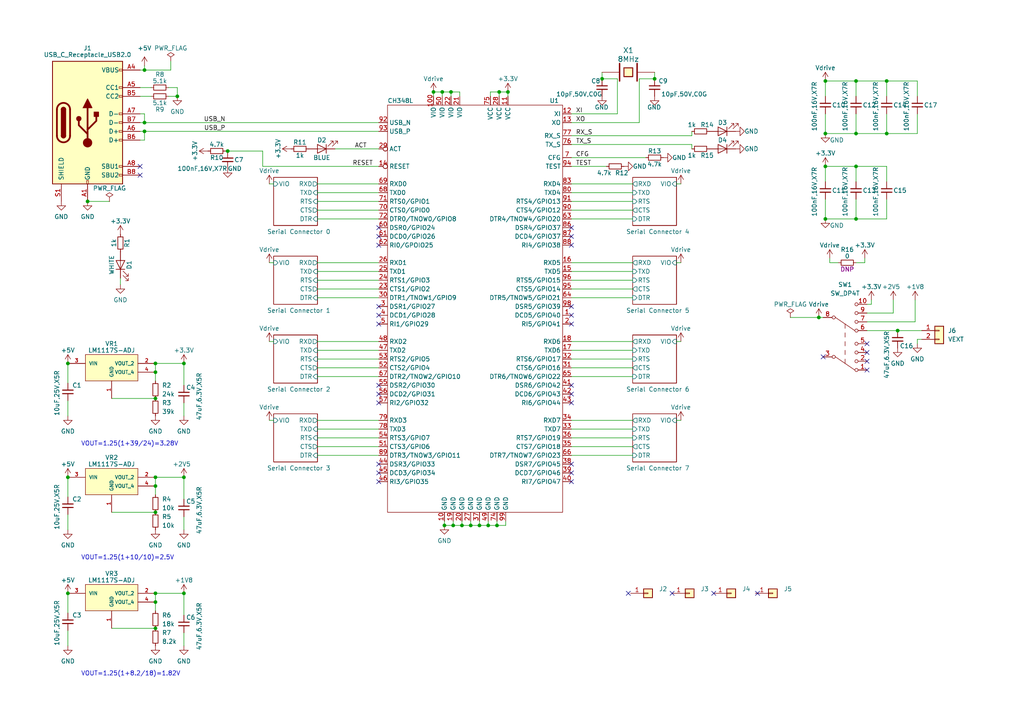
<source format=kicad_sch>
(kicad_sch (version 20211123) (generator eeschema)
  (paper "A4")
  (junction (at 239.395 63.5))
  (junction (at 257.175 23.495))
  (junction (at 239.395 48.26))
  (junction (at 45.085 148.59))
  (junction (at 141.605 152.4))
  (junction (at 174.625 22.86))
  (junction (at 248.285 38.735))
  (junction (at 248.285 48.26))
  (junction (at 144.78 26.67))
  (junction (at 53.34 172.085))
  (junction (at 128.27 26.67))
  (junction (at 237.49 92.075))
  (junction (at 19.685 105.41))
  (junction (at 239.395 23.495))
  (junction (at 257.175 38.735))
  (junction (at 45.085 105.41))
  (junction (at 41.91 20.32))
  (junction (at 41.91 35.56))
  (junction (at 25.4 58.42))
  (junction (at 66.04 43.815))
  (junction (at 41.91 38.1))
  (junction (at 248.285 23.495))
  (junction (at 260.35 95.885))
  (junction (at 133.985 152.4))
  (junction (at 45.085 182.245))
  (junction (at 131.445 152.4))
  (junction (at 45.085 138.43))
  (junction (at 45.085 107.95))
  (junction (at 189.865 22.86))
  (junction (at 139.065 152.4))
  (junction (at 45.085 115.57))
  (junction (at 45.085 174.625))
  (junction (at 51.435 27.94))
  (junction (at 53.34 138.43))
  (junction (at 45.085 172.085))
  (junction (at 136.525 152.4))
  (junction (at 147.32 26.67))
  (junction (at 144.145 152.4))
  (junction (at 19.685 172.085))
  (junction (at 45.085 140.97))
  (junction (at 239.395 38.735))
  (junction (at 130.81 26.67))
  (junction (at 19.685 138.43))
  (junction (at 125.73 26.67))
  (junction (at 53.34 105.41))
  (junction (at 128.905 152.4))
  (junction (at 248.285 63.5))
  (no_connect (at 251.46 104.775))
  (no_connect (at 109.855 71.12))
  (no_connect (at 165.735 116.84))
  (no_connect (at 219.71 172.085))
  (no_connect (at 109.855 68.58))
  (no_connect (at 40.64 48.26))
  (no_connect (at 251.46 102.235))
  (no_connect (at 165.735 137.16))
  (no_connect (at 40.64 50.8))
  (no_connect (at 238.76 103.505))
  (no_connect (at 165.735 114.3))
  (no_connect (at 109.855 88.9))
  (no_connect (at 165.735 88.9))
  (no_connect (at 251.46 99.695))
  (no_connect (at 165.735 71.12))
  (no_connect (at 182.245 172.085))
  (no_connect (at 109.855 66.04))
  (no_connect (at 165.735 91.44))
  (no_connect (at 165.735 93.98))
  (no_connect (at 165.735 134.62))
  (no_connect (at 109.855 137.16))
  (no_connect (at 109.855 139.7))
  (no_connect (at 109.855 111.76))
  (no_connect (at 194.945 172.085))
  (no_connect (at 251.46 107.315))
  (no_connect (at 109.855 93.98))
  (no_connect (at 109.855 134.62))
  (no_connect (at 165.735 68.58))
  (no_connect (at 165.735 66.04))
  (no_connect (at 165.735 111.76))
  (no_connect (at 165.735 139.7))
  (no_connect (at 207.01 172.085))
  (no_connect (at 109.855 116.84))
  (no_connect (at 109.855 114.3))
  (no_connect (at 109.855 91.44))
  (wire (pts (xy 109.855 127) (xy 92.075 127)))
  (wire (pts (xy 109.855 81.28) (xy 92.075 81.28)))
  (wire (pts (xy 32.385 115.57) (xy 45.085 115.57)))
  (wire (pts (xy 165.735 48.26) (xy 175.895 48.26)))
  (wire (pts (xy 109.855 129.54) (xy 92.075 129.54)))
  (wire (pts (xy 165.735 83.82) (xy 183.515 83.82)))
  (wire (pts (xy 53.34 183.515) (xy 53.34 187.325)))
  (wire (pts (xy 25.4 58.42) (xy 31.75 58.42)))
  (wire (pts (xy 109.855 58.42) (xy 92.075 58.42)))
  (wire (pts (xy 165.735 106.68) (xy 183.515 106.68)))
  (wire (pts (xy 248.285 38.735) (xy 257.175 38.735)))
  (wire (pts (xy 144.78 26.67) (xy 144.78 27.94)))
  (wire (pts (xy 139.065 152.4) (xy 141.605 152.4)))
  (wire (pts (xy 185.42 22.86) (xy 185.42 35.56)))
  (wire (pts (xy 165.735 86.36) (xy 183.515 86.36)))
  (wire (pts (xy 109.855 60.96) (xy 92.075 60.96)))
  (wire (pts (xy 79.375 76.2) (xy 78.105 76.2)))
  (wire (pts (xy 189.865 22.86) (xy 185.42 22.86)))
  (wire (pts (xy 66.04 43.815) (xy 76.2 43.815)))
  (wire (pts (xy 165.735 124.46) (xy 183.515 124.46)))
  (wire (pts (xy 19.685 172.085) (xy 19.685 177.8)))
  (wire (pts (xy 200.66 39.37) (xy 200.66 38.1)))
  (wire (pts (xy 146.685 152.4) (xy 146.685 151.13)))
  (wire (pts (xy 239.395 48.26) (xy 248.285 48.26)))
  (wire (pts (xy 45.085 105.41) (xy 45.085 107.95)))
  (wire (pts (xy 41.91 20.32) (xy 40.64 20.32)))
  (wire (pts (xy 48.895 27.94) (xy 51.435 27.94)))
  (wire (pts (xy 239.395 33.02) (xy 239.395 38.735)))
  (wire (pts (xy 19.685 105.41) (xy 19.685 111.125)))
  (wire (pts (xy 109.855 109.22) (xy 92.075 109.22)))
  (wire (pts (xy 45.085 172.085) (xy 45.085 174.625)))
  (wire (pts (xy 266.065 23.495) (xy 266.065 27.94)))
  (wire (pts (xy 179.07 22.86) (xy 179.07 33.02)))
  (wire (pts (xy 109.855 101.6) (xy 92.075 101.6)))
  (wire (pts (xy 136.525 152.4) (xy 139.065 152.4)))
  (wire (pts (xy 257.175 23.495) (xy 257.175 27.94)))
  (wire (pts (xy 133.35 27.94) (xy 133.35 26.67)))
  (wire (pts (xy 147.32 26.67) (xy 147.32 27.94)))
  (wire (pts (xy 266.065 38.735) (xy 266.065 33.02)))
  (wire (pts (xy 200.66 41.91) (xy 200.66 43.18)))
  (wire (pts (xy 165.735 99.06) (xy 183.515 99.06)))
  (wire (pts (xy 179.07 33.02) (xy 165.735 33.02)))
  (wire (pts (xy 165.735 129.54) (xy 183.515 129.54)))
  (wire (pts (xy 40.64 40.64) (xy 41.91 40.64)))
  (wire (pts (xy 53.34 105.41) (xy 53.34 111.76)))
  (wire (pts (xy 251.46 95.885) (xy 260.35 95.885)))
  (wire (pts (xy 165.735 109.22) (xy 183.515 109.22)))
  (wire (pts (xy 259.08 90.805) (xy 251.46 90.805)))
  (wire (pts (xy 109.855 124.46) (xy 92.075 124.46)))
  (wire (pts (xy 165.735 121.92) (xy 183.515 121.92)))
  (wire (pts (xy 40.64 25.4) (xy 43.815 25.4)))
  (wire (pts (xy 41.91 33.02) (xy 41.91 35.56)))
  (wire (pts (xy 51.435 25.4) (xy 51.435 27.94)))
  (wire (pts (xy 144.145 151.13) (xy 144.145 152.4)))
  (wire (pts (xy 130.81 26.67) (xy 130.81 27.94)))
  (wire (pts (xy 252.73 88.265) (xy 252.73 86.995)))
  (wire (pts (xy 109.855 86.36) (xy 92.075 86.36)))
  (wire (pts (xy 41.91 35.56) (xy 109.855 35.56)))
  (wire (pts (xy 109.855 99.06) (xy 92.075 99.06)))
  (wire (pts (xy 141.605 152.4) (xy 144.145 152.4)))
  (wire (pts (xy 109.855 63.5) (xy 92.075 63.5)))
  (wire (pts (xy 133.985 151.13) (xy 133.985 152.4)))
  (wire (pts (xy 165.735 81.28) (xy 183.515 81.28)))
  (wire (pts (xy 130.81 26.67) (xy 128.27 26.67)))
  (wire (pts (xy 240.665 74.93) (xy 240.665 76.2)))
  (wire (pts (xy 53.34 149.86) (xy 53.34 153.67)))
  (wire (pts (xy 97.155 43.18) (xy 109.855 43.18)))
  (wire (pts (xy 53.34 116.84) (xy 53.34 120.65)))
  (wire (pts (xy 165.735 76.2) (xy 183.515 76.2)))
  (wire (pts (xy 136.525 151.13) (xy 136.525 152.4)))
  (wire (pts (xy 165.735 63.5) (xy 183.515 63.5)))
  (wire (pts (xy 185.42 35.56) (xy 165.735 35.56)))
  (wire (pts (xy 165.735 101.6) (xy 183.515 101.6)))
  (wire (pts (xy 109.855 104.14) (xy 92.075 104.14)))
  (wire (pts (xy 239.395 23.495) (xy 239.395 27.94)))
  (wire (pts (xy 19.685 182.88) (xy 19.685 187.325)))
  (wire (pts (xy 40.64 38.1) (xy 41.91 38.1)))
  (wire (pts (xy 53.34 172.085) (xy 53.34 178.435)))
  (wire (pts (xy 248.285 48.26) (xy 248.285 52.705)))
  (wire (pts (xy 165.735 53.34) (xy 183.515 53.34)))
  (wire (pts (xy 257.175 63.5) (xy 257.175 57.785)))
  (wire (pts (xy 196.215 53.34) (xy 197.485 53.34)))
  (wire (pts (xy 45.085 172.085) (xy 53.34 172.085)))
  (wire (pts (xy 144.78 26.67) (xy 147.32 26.67)))
  (wire (pts (xy 142.24 27.94) (xy 142.24 26.67)))
  (wire (pts (xy 53.34 138.43) (xy 53.34 144.78)))
  (wire (pts (xy 49.53 20.32) (xy 49.53 17.78)))
  (wire (pts (xy 41.91 35.56) (xy 40.64 35.56)))
  (wire (pts (xy 174.625 20.955) (xy 174.625 22.86)))
  (wire (pts (xy 45.085 138.43) (xy 45.085 140.97)))
  (wire (pts (xy 125.73 26.67) (xy 125.73 27.94)))
  (wire (pts (xy 109.855 106.68) (xy 92.075 106.68)))
  (wire (pts (xy 174.625 22.86) (xy 179.07 22.86)))
  (wire (pts (xy 133.985 152.4) (xy 136.525 152.4)))
  (wire (pts (xy 109.855 83.82) (xy 92.075 83.82)))
  (wire (pts (xy 79.375 121.92) (xy 78.105 121.92)))
  (wire (pts (xy 265.43 86.995) (xy 265.43 93.345)))
  (wire (pts (xy 76.2 43.815) (xy 76.2 48.26)))
  (wire (pts (xy 257.175 38.735) (xy 266.065 38.735)))
  (wire (pts (xy 237.49 92.075) (xy 238.76 92.075)))
  (wire (pts (xy 109.855 53.34) (xy 92.075 53.34)))
  (wire (pts (xy 45.085 110.49) (xy 45.085 107.95)))
  (wire (pts (xy 239.395 63.5) (xy 248.285 63.5)))
  (wire (pts (xy 257.175 48.26) (xy 257.175 52.705)))
  (wire (pts (xy 128.905 152.4) (xy 131.445 152.4)))
  (wire (pts (xy 133.35 26.67) (xy 130.81 26.67)))
  (wire (pts (xy 40.64 27.94) (xy 43.815 27.94)))
  (wire (pts (xy 239.395 23.495) (xy 248.285 23.495)))
  (wire (pts (xy 45.085 143.51) (xy 45.085 140.97)))
  (wire (pts (xy 109.855 132.08) (xy 92.075 132.08)))
  (wire (pts (xy 196.215 76.2) (xy 197.485 76.2)))
  (wire (pts (xy 45.085 105.41) (xy 53.34 105.41)))
  (wire (pts (xy 165.735 132.08) (xy 183.515 132.08)))
  (wire (pts (xy 109.855 78.74) (xy 92.075 78.74)))
  (wire (pts (xy 109.855 55.88) (xy 92.075 55.88)))
  (wire (pts (xy 41.91 20.32) (xy 49.53 20.32)))
  (wire (pts (xy 45.085 138.43) (xy 53.34 138.43)))
  (wire (pts (xy 248.285 57.785) (xy 248.285 63.5)))
  (wire (pts (xy 142.24 26.67) (xy 144.78 26.67)))
  (wire (pts (xy 248.285 48.26) (xy 257.175 48.26)))
  (wire (pts (xy 76.2 48.26) (xy 109.855 48.26)))
  (wire (pts (xy 48.895 25.4) (xy 51.435 25.4)))
  (wire (pts (xy 257.175 33.02) (xy 257.175 38.735)))
  (wire (pts (xy 40.64 33.02) (xy 41.91 33.02)))
  (wire (pts (xy 32.385 148.59) (xy 45.085 148.59)))
  (wire (pts (xy 196.215 99.06) (xy 197.485 99.06)))
  (wire (pts (xy 41.91 38.1) (xy 41.91 40.64)))
  (wire (pts (xy 131.445 151.13) (xy 131.445 152.4)))
  (wire (pts (xy 65.405 43.815) (xy 66.04 43.815)))
  (wire (pts (xy 165.735 60.96) (xy 183.515 60.96)))
  (wire (pts (xy 165.735 55.88) (xy 183.515 55.88)))
  (wire (pts (xy 165.735 104.14) (xy 183.515 104.14)))
  (wire (pts (xy 240.665 76.2) (xy 243.205 76.2)))
  (wire (pts (xy 79.375 99.06) (xy 78.105 99.06)))
  (wire (pts (xy 109.855 76.2) (xy 92.075 76.2)))
  (wire (pts (xy 239.395 48.26) (xy 239.395 52.705)))
  (wire (pts (xy 248.285 63.5) (xy 257.175 63.5)))
  (wire (pts (xy 41.91 38.1) (xy 109.855 38.1)))
  (wire (pts (xy 239.395 57.785) (xy 239.395 63.5)))
  (wire (pts (xy 141.605 151.13) (xy 141.605 152.4)))
  (wire (pts (xy 19.685 149.225) (xy 19.685 153.67)))
  (wire (pts (xy 19.685 116.205) (xy 19.685 120.65)))
  (wire (pts (xy 266.065 98.425) (xy 266.065 99.695)))
  (wire (pts (xy 144.145 152.4) (xy 146.685 152.4)))
  (wire (pts (xy 45.085 177.165) (xy 45.085 174.625)))
  (wire (pts (xy 165.735 58.42) (xy 183.515 58.42)))
  (wire (pts (xy 79.375 53.34) (xy 78.105 53.34)))
  (wire (pts (xy 267.335 98.425) (xy 266.065 98.425)))
  (wire (pts (xy 165.735 39.37) (xy 200.66 39.37)))
  (wire (pts (xy 165.735 41.91) (xy 200.66 41.91)))
  (wire (pts (xy 165.735 78.74) (xy 183.515 78.74)))
  (wire (pts (xy 128.905 151.13) (xy 128.905 152.4)))
  (wire (pts (xy 131.445 152.4) (xy 133.985 152.4)))
  (wire (pts (xy 165.735 127) (xy 183.515 127)))
  (wire (pts (xy 250.825 76.2) (xy 248.285 76.2)))
  (wire (pts (xy 41.91 19.05) (xy 41.91 20.32)))
  (wire (pts (xy 32.385 182.245) (xy 45.085 182.245)))
  (wire (pts (xy 259.08 86.995) (xy 259.08 90.805)))
  (wire (pts (xy 248.285 33.02) (xy 248.285 38.735)))
  (wire (pts (xy 189.865 20.955) (xy 189.865 22.86)))
  (wire (pts (xy 257.175 23.495) (xy 266.065 23.495)))
  (wire (pts (xy 19.685 138.43) (xy 19.685 144.145)))
  (wire (pts (xy 139.065 151.13) (xy 139.065 152.4)))
  (wire (pts (xy 229.235 92.075) (xy 237.49 92.075)))
  (wire (pts (xy 250.825 74.93) (xy 250.825 76.2)))
  (wire (pts (xy 196.215 121.92) (xy 197.485 121.92)))
  (wire (pts (xy 251.46 88.265) (xy 252.73 88.265)))
  (wire (pts (xy 260.35 95.885) (xy 267.335 95.885)))
  (wire (pts (xy 34.925 80.645) (xy 34.925 82.55)))
  (wire (pts (xy 265.43 93.345) (xy 251.46 93.345)))
  (wire (pts (xy 248.285 23.495) (xy 248.285 27.94)))
  (wire (pts (xy 165.735 45.72) (xy 187.325 45.72)))
  (wire (pts (xy 109.855 121.92) (xy 92.075 121.92)))
  (wire (pts (xy 128.27 26.67) (xy 128.27 27.94)))
  (wire (pts (xy 239.395 38.735) (xy 248.285 38.735)))
  (wire (pts (xy 248.285 23.495) (xy 257.175 23.495)))
  (wire (pts (xy 128.27 26.67) (xy 125.73 26.67)))
  (text "VOUT=1.25(1+8.2/18)=1.82V" (at 23.495 196.215 0) (effects (font (size 1.27 1.27)) (justify left bottom)))
  (text "VOUT=1.25(1+10/10)=2.5V" (at 23.495 162.56 0) (effects (font (size 1.27 1.27)) (justify left bottom)))
  (text "VOUT=1.25(1+39/24)=3.28V" (at 23.495 129.54 0) (effects (font (size 1.27 1.27)) (justify left bottom)))
  (label "TEST" (at 167.005 48.26 0))
  (label "RX_S" (at 167.005 39.37 0))
  (label "CFG" (at 167.005 45.72 0))
  (label "ACT" (at 102.87 43.18 0))
  (label "XO" (at 167.005 35.56 0))
  (label "USB_P" (at 65.405 38.1 180))
  (label "TX_S" (at 167.005 41.91 0))
  (label "XI" (at 167.005 33.02 0))
  (label "RESET" (at 102.235 48.26 0))
  (label "USB_N" (at 65.405 35.56 180))
  (symbol (lib_id "power:GND") (at 53.34 187.325 0) (unit 1)
    (property "Reference" "#PWR021" (effects hide))
    (property "Value" "GND" (at 53.34 191.77 0))
  )
  (symbol (lib_id "power:Vdrive") (at 237.49 92.075 0) (unit 1)
    (property "Reference" "#PWR042" (effects hide))
    (property "Value" "Vdrive" (at 237.49 88.265 0))
  )
  (symbol (lib_id "jlcpcb-basic-resistor-0402:4.7k") (at 178.435 48.26 270) (unit 1)
    (property "Reference" "R12" (at 180.34 50.165 90))
    (property "Value" "4.7k" (at 175.26 50.165 90))
    (property "Footprint" "tom-passives:R_0402_1005Metric" (effects hide))
    (property "Datasheet" "https://datasheet.lcsc.com/lcsc/2110260030_UNI-ROYAL-Uniroyal-Elec-0402WGF4701TCE_C25900.pdf" (effects hide))
    (property "LCSC" "C25900" (effects hide))
    (property "MFG" "UNI-ROYAL(Uniroyal Elec)" (effects hide))
    (property "MFGPN" "0402WGF4701TCE" (effects hide))
  )
  (symbol (lib_id "power:+3.3V") (at 84.455 43.18 90) (unit 1)
    (property "Reference" "#PWR028" (effects hide))
    (property "Value" "+3.3V" (at 80.645 43.18 0))
  )
  (symbol (lib_id "power:GND") (at 19.685 120.65 0) (unit 1)
    (property "Reference" "#PWR03" (effects hide))
    (property "Value" "GND" (at 19.685 125.095 0))
  )
  (symbol (lib_id "tom-passives:CRYSTAL") (at 182.245 20.955 0) (unit 1)
    (property "Reference" "X1" (at 182.245 14.605 0) (effects (font (size 1.524 1.524))))
    (property "Value" "8MHz" (at 182.245 17.145 0) (effects (font (size 1.524 1.524))))
    (property "Footprint" "tom-passives:Crystal_SMD_HC49-SD" (effects hide))
    (property "LCSC" "C12674" (effects hide))
  )
  (symbol (lib_id "jlcpcb-basic-resistor-0402:10k") (at 45.085 151.13 0) (unit 1)
    (property "Reference" "R5" (at 46.99 149.8599 0) (effects (justify left)))
    (property "Value" "10k" (at 46.99 152.3999 0) (effects (justify left)))
    (property "Footprint" "tom-passives:R_0402_1005Metric" (effects hide))
    (property "Datasheet" "https://datasheet.lcsc.com/lcsc/2110260030_UNI-ROYAL-Uniroyal-Elec-0402WGF1002TCE_C25744.pdf" (effects hide))
    (property "LCSC" "C25744" (effects hide))
    (property "MFG" "UNI-ROYAL(Uniroyal Elec)" (effects hide))
    (property "MFGPN" "0402WGF1002TCE" (effects hide))
  )
  (symbol (lib_id "jlcpcb-basic-resistor-0402:18k") (at 45.085 179.705 0) (unit 1)
    (property "Reference" "R6" (at 46.99 178.4349 0) (effects (justify left)))
    (property "Value" "18k" (at 46.99 180.9749 0) (effects (justify left)))
    (property "Footprint" "tom-passives:R_0402_1005Metric" (effects hide))
    (property "Datasheet" "https://datasheet.lcsc.com/lcsc/2110260030_UNI-ROYAL-Uniroyal-Elec-0402WGF1802TCE_C25762.pdf" (effects hide))
    (property "LCSC" "C25762" (effects hide))
    (property "MFG" "UNI-ROYAL(Uniroyal Elec)" (effects hide))
    (property "MFGPN" "0402WGF1802TCE" (effects hide))
  )
  (symbol (lib_id "tom-connectors:Conn_01x01") (at 224.155 172.085 0) (unit 1)
    (property "Reference" "J5" (at 227.33 170.8149 0) (effects (justify left)))
    (property "Value" "Conn_01x01" (effects hide))
    (property "Footprint" "tom-mechanical:MountingHole_3.2mm_M3_DIN965_Pad" (effects hide))
  )
  (symbol (lib_id "power:GND") (at 34.925 82.55 0) (unit 1)
    (property "Reference" "#PWR010" (effects hide))
    (property "Value" "GND" (at 34.925 86.995 0))
  )
  (symbol (lib_id "jlcpcb-basic-resistor-0402:39k") (at 45.085 118.11 0) (unit 1)
    (property "Reference" "R3" (at 46.99 116.8399 0) (effects (justify left)))
    (property "Value" "39k" (at 46.99 119.3799 0) (effects (justify left)))
    (property "Footprint" "tom-passives:R_0402_1005Metric" (effects hide))
    (property "Datasheet" "https://datasheet.lcsc.com/lcsc/2110260030_UNI-ROYAL-Uniroyal-Elec-0402WGF3902TCE_C25783.pdf" (effects hide))
    (property "LCSC" "C25783" (effects hide))
    (property "MFG" "UNI-ROYAL(Uniroyal Elec)" (effects hide))
    (property "MFGPN" "0402WGF3902TCE" (effects hide))
  )
  (symbol (lib_id "power:GND") (at 25.4 58.42 0) (unit 1)
    (property "Reference" "#PWR08" (effects hide))
    (property "Value" "GND" (at 25.4 62.865 0))
  )
  (symbol (lib_id "jlcpcb-basic-resistor-0402:8.2k") (at 45.085 184.785 0) (unit 1)
    (property "Reference" "R7" (at 46.99 183.5149 0) (effects (justify left)))
    (property "Value" "8.2k" (at 46.99 186.0549 0) (effects (justify left)))
    (property "Footprint" "tom-passives:R_0402_1005Metric" (effects hide))
    (property "Datasheet" "https://datasheet.lcsc.com/lcsc/2110260130_UNI-ROYAL-Uniroyal-Elec-0402WGF8201TCE_C25924.pdf" (effects hide))
    (property "LCSC" "C25924" (effects hide))
    (property "MFG" "UNI-ROYAL(Uniroyal Elec)" (effects hide))
    (property "MFGPN" "0402WGF8201TCE" (effects hide))
  )
  (symbol (lib_id "power:GND") (at 19.685 187.325 0) (unit 1)
    (property "Reference" "#PWR07" (effects hide))
    (property "Value" "GND" (at 19.685 191.77 0))
  )
  (symbol (lib_id "jlcpcb-basic-capacitor-0402:100nF,16V,X7R ") (at 239.395 30.48 0) (unit 1)
    (property "Reference" "C10" (at 241.3 30.48 0) (effects (justify left)))
    (property "Value" "100nF,16V,X7R " (at 236.22 38.1 90) (effects (justify left)))
    (property "Footprint" "tom-passives:C_0402_1005Metric" (effects hide))
    (property "Datasheet" "https://datasheet.lcsc.com/lcsc/1810191219_Samsung-Electro-Mechanics-CL05B104KO5NNNC_C1525.pdf" (effects hide))
    (property "LCSC" "C1525" (effects hide))
    (property "MFG" "Samsung Electro-Mechanics" (effects hide))
    (property "MFGPN" "CL05B104KO5NNNC" (effects hide))
  )
  (symbol (lib_id "tom-connectors:Conn_01x01") (at 200.025 172.085 0) (unit 1)
    (property "Reference" "J3" (at 203.2 170.8149 0) (effects (justify left)))
    (property "Value" "Conn_01x01" (effects hide))
    (property "Footprint" "tom-mechanical:MountingHole_3.2mm_M3_DIN965_Pad" (effects hide))
  )
  (symbol (lib_id "power:+2V5") (at 53.34 138.43 0) (unit 1)
    (property "Reference" "#PWR018" (effects hide))
    (property "Value" "+2V5" (at 52.705 134.62 0))
  )
  (symbol (lib_id "jlcpcb-basic-resistor-0402:5.1k") (at 46.355 27.94 270) (unit 1)
    (property "Reference" "R9" (at 46.355 31.75 90))
    (property "Value" "5.1k" (at 46.355 29.845 90))
    (property "Footprint" "tom-passives:R_0402_1005Metric" (effects hide))
    (property "Datasheet" "https://datasheet.lcsc.com/lcsc/2110260030_UNI-ROYAL-Uniroyal-Elec-0402WGF5101TCE_C25905.pdf" (effects hide))
    (property "LCSC" "C25905" (effects hide))
    (property "MFG" "UNI-ROYAL(Uniroyal Elec)" (effects hide))
    (property "MFGPN" "0402WGF5101TCE" (effects hide))
  )
  (symbol (lib_id "power:+3.3V") (at 60.325 43.815 90) (unit 1)
    (property "Reference" "#PWR022" (effects hide))
    (property "Value" "+3.3V" (at 56.515 43.815 0))
  )
  (symbol (lib_id "power:Vdrive") (at 197.485 121.92 0) (unit 1)
    (property "Reference" "#PWR039" (effects hide))
    (property "Value" "Vdrive" (at 197.485 118.11 0))
  )
  (symbol (lib_id "power:GND") (at 239.395 63.5 0) (unit 1)
    (property "Reference" "#PWR046" (effects hide))
    (property "Value" "GND" (at 240.665 65.405 0) (effects (justify left)))
  )
  (symbol (lib_id "power:+3.3V") (at 250.825 74.93 0) (unit 1)
    (property "Reference" "#PWR048" (effects hide))
    (property "Value" "+3.3V" (at 250.825 71.12 0))
  )
  (symbol (lib_id "jlcpcb-basic-capacitor-0402:10pF,50V,C0G ") (at 174.625 25.4 0) (unit 1)
    (property "Reference" "C8" (at 171.45 23.495 0) (effects (justify left)))
    (property "Value" "10pF,50V,C0G " (at 161.29 27.305 0) (effects (justify left)))
    (property "Footprint" "tom-passives:C_0402_1005Metric" (effects hide))
    (property "Datasheet" "https://datasheet.lcsc.com/lcsc/1810191220_Samsung-Electro-Mechanics-CL05C100JB5NNNC_C32949.pdf" (effects hide))
    (property "LCSC" "C32949" (effects hide))
    (property "MFG" "Samsung Electro-Mechanics" (effects hide))
    (property "MFGPN" "CL05C100JB5NNNC" (effects hide))
  )
  (symbol (lib_id "tom-opto:LED") (at 209.55 38.1 180) (unit 1)
    (property "Reference" "D3" (at 209.55 35.56 0))
    (property "Value" "YELLOW" (effects hide))
    (property "Footprint" "tom-opto:LED_0603_1608Metric" (effects hide))
    (property "LCSC" "C72038" (effects hide))
  )
  (symbol (lib_id "power:GND") (at 45.085 120.65 0) (unit 1)
    (property "Reference" "#PWR012" (effects hide))
    (property "Value" "GND" (at 45.085 125.095 0))
  )
  (symbol (lib_id "power:PWR_FLAG") (at 49.53 17.78 0) (unit 1)
    (property "Reference" "#FLG02" (effects hide))
    (property "Value" "PWR_FLAG" (at 49.53 13.97 0))
  )
  (symbol (lib_id "power:GND") (at 53.34 153.67 0) (unit 1)
    (property "Reference" "#PWR019" (effects hide))
    (property "Value" "GND" (at 53.34 158.115 0))
  )
  (symbol (lib_id "jlcpcb-basic-capacitor-0603:10uF,25V,X5R ") (at 19.685 146.685 0) (unit 1)
    (property "Reference" "C2" (at 20.955 144.78 0) (effects (justify left)))
    (property "Value" "10uF,25V,X5R " (at 16.51 153.67 90) (effects (justify left)))
    (property "Footprint" "tom-passives:C_0603_1608Metric" (effects hide))
    (property "Datasheet" "https://datasheet.lcsc.com/lcsc/1811110921_Samsung-Electro-Mechanics-CL10A106MA8NRNC_C96446.pdf" (effects hide))
    (property "LCSC" "C96446" (effects hide))
    (property "MFG" "Samsung Electro-Mechanics" (effects hide))
    (property "MFGPN" "CL10A106MA8NRNC" (effects hide))
  )
  (symbol (lib_id "power:GND") (at 180.975 48.26 90) (unit 1)
    (property "Reference" "#PWR032" (effects hide))
    (property "Value" "GND" (at 183.515 48.26 90) (effects (justify right)))
  )
  (symbol (lib_id "jlcpcb-basic-capacitor-0805:47uF,6.3V,X5R ") (at 53.34 147.32 0) (unit 1)
    (property "Reference" "C5" (at 53.975 145.415 0) (effects (justify left)))
    (property "Value" "47uF,6.3V,X5R " (at 57.785 154.94 90) (effects (justify left)))
    (property "Footprint" "tom-passives:C_0805_2012Metric" (effects hide))
    (property "Datasheet" "https://datasheet.lcsc.com/lcsc/1811091612_Samsung-Electro-Mechanics-CL21A476MQYNNNE_C16780.pdf" (effects hide))
    (property "LCSC" "C16780" (effects hide))
    (property "MFG" "Samsung Electro-Mechanics" (effects hide))
    (property "MFGPN" "CL21A476MQYNNNE" (effects hide))
  )
  (symbol (lib_id "jlcpcb-basic-resistor-0402:5.1k") (at 46.355 25.4 90) (unit 1)
    (property "Reference" "R8" (at 46.355 21.59 90))
    (property "Value" "5.1k" (at 46.355 23.495 90))
    (property "Footprint" "tom-passives:R_0402_1005Metric" (effects hide))
    (property "Datasheet" "https://datasheet.lcsc.com/lcsc/2110260030_UNI-ROYAL-Uniroyal-Elec-0402WGF5101TCE_C25905.pdf" (effects hide))
    (property "LCSC" "C25905" (effects hide))
    (property "MFG" "UNI-ROYAL(Uniroyal Elec)" (effects hide))
    (property "MFGPN" "0402WGF5101TCE" (effects hide))
  )
  (symbol (lib_id "power:+1V8") (at 53.34 172.085 0) (unit 1)
    (property "Reference" "#PWR020" (effects hide))
    (property "Value" "+1V8" (at 53.34 168.275 0))
  )
  (symbol (lib_id "tom-semiconductors:LM1117MPX-3.3") (at 32.385 140.97 0) (unit 1)
    (property "Reference" "VR2" (at 32.385 132.715 0))
    (property "Value" "LM1117S-ADJ" (at 32.385 134.62 0))
    (property "Footprint" "tom-semiconductors:VREG_LM1117MPX-3.3" (effects hide))
    (property "LCSC" "C9662" (effects hide))
    (property "MAXIMUM_PACKAGE_HEIGHT" "1.80 mm" (effects hide))
    (property "STANDARD" "IPC-7351B" (effects hide))
    (property "PARTREV" "O" (effects hide))
    (property "MANUFACTURER" "Texas Instruments" (effects hide))
    (property "DIGIKEY" "296-41282-1-ND" (effects hide))
  )
  (symbol (lib_id "power:+3.3V") (at 147.32 26.67 0) (unit 1)
    (property "Reference" "#PWR031" (effects hide))
    (property "Value" "+3.3V" (at 147.32 22.86 0))
  )
  (symbol (lib_id "power:GND") (at 53.34 120.65 0) (unit 1)
    (property "Reference" "#PWR017" (effects hide))
    (property "Value" "GND" (at 53.34 125.095 0))
  )
  (symbol (lib_id "power:GND") (at 213.36 38.1 90) (unit 1)
    (property "Reference" "#PWR040" (effects hide))
    (property "Value" "GND" (at 215.9 38.1 90) (effects (justify right)))
  )
  (symbol (lib_id "power:+5V") (at 19.685 138.43 0) (unit 1)
    (property "Reference" "#PWR04" (effects hide))
    (property "Value" "+5V" (at 19.685 134.62 0))
  )
  (symbol (lib_id "power:Vdrive") (at 197.485 53.34 0) (unit 1)
    (property "Reference" "#PWR036" (effects hide))
    (property "Value" "Vdrive" (at 197.485 49.53 0))
  )
  (symbol (lib_id "power:GND") (at 19.685 153.67 0) (unit 1)
    (property "Reference" "#PWR05" (effects hide))
    (property "Value" "GND" (at 19.685 158.115 0))
  )
  (symbol (lib_id "tom-connectors:Conn_01x01") (at 187.96 172.085 0) (unit 1)
    (property "Reference" "J2" (at 191.135 170.8149 0) (effects (justify left)))
    (property "Value" "Conn_01x01" (effects hide))
    (property "Footprint" "tom-mechanical:MountingHole_3.2mm_M3_DIN965_Pad" (effects hide))
  )
  (symbol (lib_id "power:GND") (at 266.065 99.695 0) (unit 1)
    (property "Reference" "#PWR053" (effects hide))
    (property "Value" "GND" (at 266.065 104.14 0))
  )
  (symbol (lib_id "power:Vdrive") (at 125.73 26.67 0) (unit 1)
    (property "Reference" "#PWR029" (effects hide))
    (property "Value" "Vdrive" (at 125.73 22.86 0))
  )
  (symbol (lib_id "jlcpcb-basic-resistor-0402:10k") (at 45.085 146.05 0) (unit 1)
    (property "Reference" "R4" (at 46.99 144.7799 0) (effects (justify left)))
    (property "Value" "10k" (at 46.99 147.3199 0) (effects (justify left)))
    (property "Footprint" "tom-passives:R_0402_1005Metric" (effects hide))
    (property "Datasheet" "https://datasheet.lcsc.com/lcsc/2110260030_UNI-ROYAL-Uniroyal-Elec-0402WGF1002TCE_C25744.pdf" (effects hide))
    (property "LCSC" "C25744" (effects hide))
    (property "MFG" "UNI-ROYAL(Uniroyal Elec)" (effects hide))
    (property "MFGPN" "0402WGF1002TCE" (effects hide))
  )
  (symbol (lib_id "jlcpcb-basic-resistor-0402:4.7k") (at 62.865 43.815 90) (unit 1)
    (property "Reference" "R10" (at 62.865 45.72 90))
    (property "Value" "4.7k" (at 62.865 41.91 90))
    (property "Footprint" "tom-passives:R_0402_1005Metric" (effects hide))
    (property "Datasheet" "https://datasheet.lcsc.com/lcsc/2110260030_UNI-ROYAL-Uniroyal-Elec-0402WGF4701TCE_C25900.pdf" (effects hide))
    (property "LCSC" "C25900" (effects hide))
    (property "MFG" "UNI-ROYAL(Uniroyal Elec)" (effects hide))
    (property "MFGPN" "0402WGF4701TCE" (effects hide))
  )
  (symbol (lib_id "power:+2V5") (at 259.08 86.995 0) (unit 1)
    (property "Reference" "#PWR050" (effects hide))
    (property "Value" "+2V5" (at 258.445 83.185 0))
  )
  (symbol (lib_id "jlcpcb-basic-capacitor-0402:100nF,16V,X7R ") (at 266.065 30.48 0) (unit 1)
    (property "Reference" "C17" (at 267.97 30.48 0) (effects (justify left)))
    (property "Value" "100nF,16V,X7R " (at 262.89 38.1 90) (effects (justify left)))
    (property "Footprint" "tom-passives:C_0402_1005Metric" (effects hide))
    (property "Datasheet" "https://datasheet.lcsc.com/lcsc/1810191219_Samsung-Electro-Mechanics-CL05B104KO5NNNC_C1525.pdf" (effects hide))
    (property "LCSC" "C1525" (effects hide))
    (property "MFG" "Samsung Electro-Mechanics" (effects hide))
    (property "MFGPN" "CL05B104KO5NNNC" (effects hide))
  )
  (symbol (lib_id "tom-semiconductors:LM1117MPX-3.3") (at 32.385 174.625 0) (unit 1)
    (property "Reference" "VR3" (at 32.385 166.37 0))
    (property "Value" "LM1117S-ADJ" (at 32.385 168.275 0))
    (property "Footprint" "tom-semiconductors:VREG_LM1117MPX-3.3" (effects hide))
    (property "LCSC" "C9662" (effects hide))
    (property "MAXIMUM_PACKAGE_HEIGHT" "1.80 mm" (effects hide))
    (property "STANDARD" "IPC-7351B" (effects hide))
    (property "PARTREV" "O" (effects hide))
    (property "MANUFACTURER" "Texas Instruments" (effects hide))
    (property "DIGIKEY" "296-41282-1-ND" (effects hide))
  )
  (symbol (lib_id "power:+3.3V") (at 53.34 105.41 0) (unit 1)
    (property "Reference" "#PWR016" (effects hide))
    (property "Value" "+3.3V" (at 53.34 101.6 0))
  )
  (symbol (lib_id "power:Vdrive") (at 197.485 99.06 0) (unit 1)
    (property "Reference" "#PWR038" (effects hide))
    (property "Value" "Vdrive" (at 197.485 95.25 0))
  )
  (symbol (lib_id "power:Vdrive") (at 78.105 76.2 0) (mirror y) (unit 1)
    (property "Reference" "#PWR025" (effects hide))
    (property "Value" "Vdrive" (at 78.105 72.39 0))
  )
  (symbol (lib_id "power:GND") (at 128.905 152.4 0) (unit 1)
    (property "Reference" "#PWR030" (effects hide))
    (property "Value" "GND" (at 128.905 156.845 0))
  )
  (symbol (lib_id "power:Vdrive") (at 197.485 76.2 0) (unit 1)
    (property "Reference" "#PWR037" (effects hide))
    (property "Value" "Vdrive" (at 197.485 72.39 0))
  )
  (symbol (lib_id "tom-semiconductors:CH348L") (at 137.795 86.36 0) (unit 1)
    (property "Reference" "U1" (at 159.385 29.21 0) (effects (justify left)))
    (property "Value" "CH348L" (at 112.395 29.21 0) (effects (justify left)))
    (property "Footprint" "tom-semiconductors:LQFP-100_14x14mm_P0.5mm" (effects hide))
    (property "Datasheet" "http://www.wch-ic.com/downloads/CH348DS1_PDF.html" (effects hide))
    (property "LCSC" "C2979160" (effects hide))
  )
  (symbol (lib_id "power:Vdrive") (at 78.105 99.06 0) (mirror y) (unit 1)
    (property "Reference" "#PWR026" (effects hide))
    (property "Value" "Vdrive" (at 78.105 95.25 0))
  )
  (symbol (lib_id "jlcpcb-basic-resistor-0402:1k") (at 203.2 43.18 90) (unit 1)
    (property "Reference" "R15" (at 205.105 45.085 90))
    (property "Value" "1k" (at 200.66 45.085 90))
    (property "Footprint" "tom-passives:R_0402_1005Metric" (effects hide))
    (property "Datasheet" "https://datasheet.lcsc.com/lcsc/2110251730_UNI-ROYAL-Uniroyal-Elec-0402WGF1001TCE_C11702.pdf" (effects hide))
    (property "LCSC" "C11702" (effects hide))
    (property "MFG" "UNI-ROYAL(Uniroyal Elec)" (effects hide))
    (property "MFGPN" "0402WGF1001TCE" (effects hide))
  )
  (symbol (lib_id "power:GND") (at 66.04 48.895 0) (unit 1)
    (property "Reference" "#PWR023" (effects hide))
    (property "Value" "GND" (at 66.04 48.895 0) (effects (justify left)))
  )
  (symbol (lib_id "power:Vdrive") (at 78.105 53.34 0) (mirror y) (unit 1)
    (property "Reference" "#PWR024" (effects hide))
    (property "Value" "Vdrive" (at 78.105 49.53 0))
  )
  (symbol (lib_id "tom-connectors:USB_C_Receptacle_USB2.0") (at 25.4 35.56 0) (unit 1)
    (property "Reference" "J1" (at 25.4 13.97 0))
    (property "Value" "USB_C_Receptacle_USB2.0" (at 25.4 15.875 0))
    (property "Footprint" "tom-connectors:USB_C_Receptacle_LCSC_C165948" (effects hide))
    (property "Datasheet" "https://www.usb.org/sites/default/files/documents/usb_type-c.zip" (effects hide))
    (property "LCSC" "C709357" (effects hide))
  )
  (symbol (lib_id "power:GND") (at 189.865 27.94 0) (unit 1)
    (property "Reference" "#PWR035" (effects hide))
    (property "Value" "GND" (at 191.77 31.115 0) (effects (justify right)))
  )
  (symbol (lib_id "power:Vdrive") (at 78.105 121.92 0) (mirror y) (unit 1)
    (property "Reference" "#PWR027" (effects hide))
    (property "Value" "Vdrive" (at 78.105 118.11 0))
  )
  (symbol (lib_id "power:GND") (at 45.085 187.325 0) (unit 1)
    (property "Reference" "#PWR014" (effects hide))
    (property "Value" "GND" (at 45.085 191.77 0))
  )
  (symbol (lib_id "jlcpcb-basic-capacitor-0805:47uF,6.3V,X5R ") (at 53.34 180.975 0) (unit 1)
    (property "Reference" "C6" (at 53.975 179.07 0) (effects (justify left)))
    (property "Value" "47uF,6.3V,X5R " (at 57.785 188.595 90) (effects (justify left)))
    (property "Footprint" "tom-passives:C_0805_2012Metric" (effects hide))
    (property "Datasheet" "https://datasheet.lcsc.com/lcsc/1811091612_Samsung-Electro-Mechanics-CL21A476MQYNNNE_C16780.pdf" (effects hide))
    (property "LCSC" "C16780" (effects hide))
    (property "MFG" "Samsung Electro-Mechanics" (effects hide))
    (property "MFGPN" "CL21A476MQYNNNE" (effects hide))
  )
  (symbol (lib_id "jlcpcb-basic-capacitor-0402:100nF,16V,X7R ") (at 257.175 55.245 0) (unit 1)
    (property "Reference" "C15" (at 259.08 55.245 0) (effects (justify left)))
    (property "Value" "100nF,16V,X7R " (at 254 62.865 90) (effects (justify left)))
    (property "Footprint" "tom-passives:C_0402_1005Metric" (effects hide))
    (property "Datasheet" "https://datasheet.lcsc.com/lcsc/1810191219_Samsung-Electro-Mechanics-CL05B104KO5NNNC_C1525.pdf" (effects hide))
    (property "LCSC" "C1525" (effects hide))
    (property "MFG" "Samsung Electro-Mechanics" (effects hide))
    (property "MFGPN" "CL05B104KO5NNNC" (effects hide))
  )
  (symbol (lib_id "tom-opto:LED") (at 34.925 76.835 90) (unit 1)
    (property "Reference" "D1" (at 37.465 76.835 0))
    (property "Value" "WHITE" (at 32.385 76.835 0))
    (property "Footprint" "tom-opto:LED_0603_1608Metric" (effects hide))
    (property "LCSC" "C2290" (effects hide))
  )
  (symbol (lib_id "power:GND") (at 260.35 100.965 0) (unit 1)
    (property "Reference" "#PWR051" (effects hide))
    (property "Value" "GND" (at 260.35 105.41 0))
  )
  (symbol (lib_id "jlcpcb-basic-resistor-0402:1k") (at 203.2 38.1 90) (unit 1)
    (property "Reference" "R14" (at 205.105 36.195 90))
    (property "Value" "1k" (at 200.66 36.195 90))
    (property "Footprint" "tom-passives:R_0402_1005Metric" (effects hide))
    (property "Datasheet" "https://datasheet.lcsc.com/lcsc/2110251730_UNI-ROYAL-Uniroyal-Elec-0402WGF1001TCE_C11702.pdf" (effects hide))
    (property "LCSC" "C11702" (effects hide))
    (property "MFG" "UNI-ROYAL(Uniroyal Elec)" (effects hide))
    (property "MFGPN" "0402WGF1001TCE" (effects hide))
  )
  (symbol (lib_id "power:GND") (at 174.625 27.94 0) (unit 1)
    (property "Reference" "#PWR033" (effects hide))
    (property "Value" "GND" (at 176.53 31.115 0) (effects (justify right)))
  )
  (symbol (lib_id "jlcpcb-basic-capacitor-0805:47uF,6.3V,X5R ") (at 53.34 114.3 0) (unit 1)
    (property "Reference" "C4" (at 53.975 112.395 0) (effects (justify left)))
    (property "Value" "47uF,6.3V,X5R " (at 57.785 121.92 90) (effects (justify left)))
    (property "Footprint" "tom-passives:C_0805_2012Metric" (effects hide))
    (property "Datasheet" "https://datasheet.lcsc.com/lcsc/1811091612_Samsung-Electro-Mechanics-CL21A476MQYNNNE_C16780.pdf" (effects hide))
    (property "LCSC" "C16780" (effects hide))
    (property "MFG" "Samsung Electro-Mechanics" (effects hide))
    (property "MFGPN" "CL21A476MQYNNNE" (effects hide))
  )
  (symbol (lib_id "jlcpcb-basic-capacitor-0402:100nF,16V,X7R ") (at 248.285 30.48 0) (unit 1)
    (property "Reference" "C12" (at 250.19 30.48 0) (effects (justify left)))
    (property "Value" "100nF,16V,X7R " (at 245.11 38.1 90) (effects (justify left)))
    (property "Footprint" "tom-passives:C_0402_1005Metric" (effects hide))
    (property "Datasheet" "https://datasheet.lcsc.com/lcsc/1810191219_Samsung-Electro-Mechanics-CL05B104KO5NNNC_C1525.pdf" (effects hide))
    (property "LCSC" "C1525" (effects hide))
    (property "MFG" "Samsung Electro-Mechanics" (effects hide))
    (property "MFGPN" "CL05B104KO5NNNC" (effects hide))
  )
  (symbol (lib_id "jlcpcb-basic-capacitor-0603:10uF,25V,X5R ") (at 19.685 180.34 0) (unit 1)
    (property "Reference" "C3" (at 20.955 178.435 0) (effects (justify left)))
    (property "Value" "10uF,25V,X5R " (at 16.51 187.325 90) (effects (justify left)))
    (property "Footprint" "tom-passives:C_0603_1608Metric" (effects hide))
    (property "Datasheet" "https://datasheet.lcsc.com/lcsc/1811110921_Samsung-Electro-Mechanics-CL10A106MA8NRNC_C96446.pdf" (effects hide))
    (property "LCSC" "C96446" (effects hide))
    (property "MFG" "Samsung Electro-Mechanics" (effects hide))
    (property "MFGPN" "CL10A106MA8NRNC" (effects hide))
  )
  (symbol (lib_id "power:PWR_FLAG") (at 229.235 92.075 0) (unit 1)
    (property "Reference" "#FLG03" (effects hide))
    (property "Value" "PWR_FLAG" (at 229.235 88.265 0))
  )
  (symbol (lib_id "jlcpcb-basic-resistor-0402:4.7k") (at 189.865 45.72 270) (unit 1)
    (property "Reference" "R13" (at 189.865 43.815 90))
    (property "Value" "4.7k" (at 189.865 47.625 90))
    (property "Footprint" "tom-passives:R_0402_1005Metric" (effects hide))
    (property "Datasheet" "https://datasheet.lcsc.com/lcsc/2110260030_UNI-ROYAL-Uniroyal-Elec-0402WGF4701TCE_C25900.pdf" (effects hide))
    (property "LCSC" "C25900" (effects hide))
    (property "MFG" "UNI-ROYAL(Uniroyal Elec)" (effects hide))
    (property "MFGPN" "0402WGF4701TCE" (effects hide))
  )
  (symbol (lib_id "power:GND") (at 17.78 58.42 0) (unit 1)
    (property "Reference" "#PWR01" (effects hide))
    (property "Value" "GND" (at 17.78 62.865 0))
  )
  (symbol (lib_id "power:GND") (at 239.395 38.735 0) (unit 1)
    (property "Reference" "#PWR044" (effects hide))
    (property "Value" "GND" (at 240.665 40.64 0) (effects (justify left)))
  )
  (symbol (lib_id "power:Vdrive") (at 239.395 23.495 0) (unit 1)
    (property "Reference" "#PWR043" (effects hide))
    (property "Value" "Vdrive" (at 239.395 19.685 0))
  )
  (symbol (lib_id "jlcpcb-basic-resistor-0402:24k") (at 45.085 113.03 0) (unit 1)
    (property "Reference" "R2" (at 46.99 111.7599 0) (effects (justify left)))
    (property "Value" "24k" (at 46.99 114.2999 0) (effects (justify left)))
    (property "Footprint" "tom-passives:R_0402_1005Metric" (effects hide))
    (property "Datasheet" "https://datasheet.lcsc.com/lcsc/2110260030_UNI-ROYAL-Uniroyal-Elec-0402WGF2402TCE_C25769.pdf" (effects hide))
    (property "LCSC" "C25769" (effects hide))
    (property "MFG" "UNI-ROYAL(Uniroyal Elec)" (effects hide))
    (property "MFGPN" "0402WGF2402TCE" (effects hide))
  )
  (symbol (lib_id "tom-opto:LED") (at 93.345 43.18 180) (unit 1)
    (property "Reference" "D2" (at 93.345 40.64 0))
    (property "Value" "BLUE" (at 93.345 45.72 0))
    (property "Footprint" "tom-opto:LED_0603_1608Metric" (effects hide))
    (property "LCSC" "C72041" (effects hide))
  )
  (symbol (lib_id "jlcpcb-basic-resistor-0402:1k") (at 86.995 43.18 90) (unit 1)
    (property "Reference" "R11" (at 86.995 41.275 90))
    (property "Value" "1k" (at 86.995 45.085 90))
    (property "Footprint" "tom-passives:R_0402_1005Metric" (effects hide))
    (property "Datasheet" "https://datasheet.lcsc.com/lcsc/2110251730_UNI-ROYAL-Uniroyal-Elec-0402WGF1001TCE_C11702.pdf" (effects hide))
    (property "LCSC" "C11702" (effects hide))
    (property "MFG" "UNI-ROYAL(Uniroyal Elec)" (effects hide))
    (property "MFGPN" "0402WGF1001TCE" (effects hide))
  )
  (symbol (lib_id "power:GND") (at 192.405 45.72 90) (unit 1)
    (property "Reference" "#PWR034" (effects hide))
    (property "Value" "GND" (at 194.945 45.72 90) (effects (justify right)))
  )
  (symbol (lib_id "tom-mechanical:SW_DP4T") (at 245.11 103.505 0) (mirror x) (unit 1)
    (property "Reference" "SW1" (at 245.11 82.55 0))
    (property "Value" "SW_DP4T" (at 245.11 85.09 0))
    (property "Footprint" "tom-mechanical:SW_ALPS_SSSS224100_DP4T" (effects hide))
  )
  (symbol (lib_id "power:PWR_FLAG") (at 31.75 58.42 0) (unit 1)
    (property "Reference" "#FLG01" (effects hide))
    (property "Value" "PWR_FLAG" (at 31.75 54.61 0))
  )
  (symbol (lib_id "tom-opto:LED") (at 209.55 43.18 180) (unit 1)
    (property "Reference" "D4" (at 209.55 40.64 0))
    (property "Value" "GREEN" (effects hide))
    (property "Footprint" "tom-opto:LED_0603_1608Metric" (effects hide))
    (property "LCSC" "C72043" (effects hide))
  )
  (symbol (lib_id "power:+3.3V") (at 34.925 67.945 0) (unit 1)
    (property "Reference" "#PWR09" (effects hide))
    (property "Value" "+3.3V" (at 34.925 64.135 0))
  )
  (symbol (lib_id "power:+3.3V") (at 252.73 86.995 0) (unit 1)
    (property "Reference" "#PWR049" (effects hide))
    (property "Value" "+3.3V" (at 252.73 83.185 0))
  )
  (symbol (lib_id "jlcpcb-basic-resistor-0402:1k") (at 34.925 70.485 0) (unit 1)
    (property "Reference" "R1" (at 36.83 70.485 90))
    (property "Value" "1k" (at 33.02 70.485 90))
    (property "Footprint" "tom-passives:R_0402_1005Metric" (effects hide))
    (property "Datasheet" "https://datasheet.lcsc.com/lcsc/2110251730_UNI-ROYAL-Uniroyal-Elec-0402WGF1001TCE_C11702.pdf" (effects hide))
    (property "LCSC" "C11702" (effects hide))
    (property "MFG" "UNI-ROYAL(Uniroyal Elec)" (effects hide))
    (property "MFGPN" "0402WGF1001TCE" (effects hide))
  )
  (symbol (lib_id "power:+3.3V") (at 239.395 48.26 0) (unit 1)
    (property "Reference" "#PWR045" (effects hide))
    (property "Value" "+3.3V" (at 239.395 44.45 0))
  )
  (symbol (lib_id "tom-semiconductors:LM1117MPX-3.3") (at 32.385 107.95 0) (unit 1)
    (property "Reference" "VR1" (at 32.385 99.695 0))
    (property "Value" "LM1117S-ADJ" (at 32.385 101.6 0))
    (property "Footprint" "tom-semiconductors:VREG_LM1117MPX-3.3" (effects hide))
    (property "LCSC" "C9662" (effects hide))
    (property "MAXIMUM_PACKAGE_HEIGHT" "1.80 mm" (effects hide))
    (property "STANDARD" "IPC-7351B" (effects hide))
    (property "PARTREV" "O" (effects hide))
    (property "MANUFACTURER" "Texas Instruments" (effects hide))
    (property "DIGIKEY" "296-41282-1-ND" (effects hide))
  )
  (symbol (lib_id "jlcpcb-basic-capacitor-0402:100nF,16V,X7R ") (at 66.04 46.355 0) (unit 1)
    (property "Reference" "C7" (at 67.945 46.355 0) (effects (justify left)))
    (property "Value" "100nF,16V,X7R " (at 51.435 48.895 0) (effects (justify left)))
    (property "Footprint" "tom-passives:C_0402_1005Metric" (effects hide))
    (property "Datasheet" "https://datasheet.lcsc.com/lcsc/1810191219_Samsung-Electro-Mechanics-CL05B104KO5NNNC_C1525.pdf" (effects hide))
    (property "LCSC" "C1525" (effects hide))
    (property "MFG" "Samsung Electro-Mechanics" (effects hide))
    (property "MFGPN" "CL05B104KO5NNNC" (effects hide))
  )
  (symbol (lib_id "jlcpcb-basic-capacitor-0402:10pF,50V,C0G ") (at 189.865 25.4 0) (mirror y) (unit 1)
    (property "Reference" "C9" (at 193.675 23.495 0) (effects (justify left)))
    (property "Value" "10pF,50V,C0G " (at 205.105 27.305 0) (effects (justify left)))
    (property "Footprint" "tom-passives:C_0402_1005Metric" (effects hide))
    (property "Datasheet" "https://datasheet.lcsc.com/lcsc/1810191220_Samsung-Electro-Mechanics-CL05C100JB5NNNC_C32949.pdf" (effects hide))
    (property "LCSC" "C32949" (effects hide))
    (property "MFG" "Samsung Electro-Mechanics" (effects hide))
    (property "MFGPN" "CL05C100JB5NNNC" (effects hide))
  )
  (symbol (lib_id "tom-connectors:Conn_01x02") (at 272.415 95.885 0) (unit 1)
    (property "Reference" "J6" (at 274.955 95.8849 0) (effects (justify left)))
    (property "Value" "VEXT" (at 274.955 98.4249 0) (effects (justify left)))
    (property "Footprint" "tom-connectors:PinHeader_1x02_P2.54mm_Vertical" (effects hide))
  )
  (symbol (lib_id "jlcpcb-basic-capacitor-0402:100nF,16V,X7R ") (at 248.285 55.245 0) (unit 1)
    (property "Reference" "C13" (at 250.19 55.245 0) (effects (justify left)))
    (property "Value" "100nF,16V,X7R " (at 245.11 62.865 90) (effects (justify left)))
    (property "Footprint" "tom-passives:C_0402_1005Metric" (effects hide))
    (property "Datasheet" "https://datasheet.lcsc.com/lcsc/1810191219_Samsung-Electro-Mechanics-CL05B104KO5NNNC_C1525.pdf" (effects hide))
    (property "LCSC" "C1525" (effects hide))
    (property "MFG" "Samsung Electro-Mechanics" (effects hide))
    (property "MFGPN" "CL05B104KO5NNNC" (effects hide))
  )
  (symbol (lib_id "jlcpcb-basic-capacitor-0805:47uF,6.3V,X5R ") (at 260.35 98.425 0) (unit 1)
    (property "Reference" "C16" (at 260.985 100.33 0) (effects (justify left)))
    (property "Value" "47uF,6.3V,X5R " (at 257.175 109.855 90) (effects (justify left)))
    (property "Footprint" "tom-passives:C_0805_2012Metric" (effects hide))
    (property "Datasheet" "https://datasheet.lcsc.com/lcsc/1811091612_Samsung-Electro-Mechanics-CL21A476MQYNNNE_C16780.pdf" (effects hide))
    (property "LCSC" "C16780" (effects hide))
    (property "MFG" "Samsung Electro-Mechanics" (effects hide))
    (property "MFGPN" "CL21A476MQYNNNE" (effects hide))
  )
  (symbol (lib_id "power:+5V") (at 19.685 172.085 0) (unit 1)
    (property "Reference" "#PWR06" (effects hide))
    (property "Value" "+5V" (at 19.685 168.275 0))
  )
  (symbol (lib_id "jlcpcb-basic-capacitor-0402:100nF,16V,X7R ") (at 239.395 55.245 0) (unit 1)
    (property "Reference" "C11" (at 241.3 55.245 0) (effects (justify left)))
    (property "Value" "100nF,16V,X7R " (at 236.22 62.865 90) (effects (justify left)))
    (property "Footprint" "tom-passives:C_0402_1005Metric" (effects hide))
    (property "Datasheet" "https://datasheet.lcsc.com/lcsc/1810191219_Samsung-Electro-Mechanics-CL05B104KO5NNNC_C1525.pdf" (effects hide))
    (property "LCSC" "C1525" (effects hide))
    (property "MFG" "Samsung Electro-Mechanics" (effects hide))
    (property "MFGPN" "CL05B104KO5NNNC" (effects hide))
  )
  (symbol (lib_id "power:GND") (at 51.435 27.94 0) (unit 1)
    (property "Reference" "#PWR015" (effects hide))
    (property "Value" "GND" (at 51.435 32.385 0))
  )
  (symbol (lib_id "jlcpcb-basic-resistor-0402:0") (at 245.745 76.2 90) (unit 1)
    (property "Reference" "R16" (at 245.745 72.39 90))
    (property "Value" "0" (at 245.745 74.295 90))
    (property "Footprint" "tom-passives:R_0402_1005Metric" (effects hide))
    (property "Datasheet" "https://datasheet.lcsc.com/lcsc/2110251730_UNI-ROYAL-Uniroyal-Elec-0402WGF0000TCE_C17168.pdf" (effects hide))
    (property "LCSC" "DNP" (at 245.745 78.105 90))
    (property "MFG" "UNI-ROYAL(Uniroyal Elec)" (effects hide))
    (property "MFGPN" "0402WGF0000TCE" (effects hide))
  )
  (symbol (lib_id "power:GND") (at 213.36 43.18 90) (unit 1)
    (property "Reference" "#PWR041" (effects hide))
    (property "Value" "GND" (at 215.9 43.18 90) (effects (justify right)))
  )
  (symbol (lib_id "jlcpcb-basic-capacitor-0603:10uF,25V,X5R ") (at 19.685 113.665 0) (unit 1)
    (property "Reference" "C1" (at 20.955 111.76 0) (effects (justify left)))
    (property "Value" "10uF,25V,X5R " (at 16.51 120.65 90) (effects (justify left)))
    (property "Footprint" "tom-passives:C_0603_1608Metric" (effects hide))
    (property "Datasheet" "https://datasheet.lcsc.com/lcsc/1811110921_Samsung-Electro-Mechanics-CL10A106MA8NRNC_C96446.pdf" (effects hide))
    (property "LCSC" "C96446" (effects hide))
    (property "MFG" "Samsung Electro-Mechanics" (effects hide))
    (property "MFGPN" "CL10A106MA8NRNC" (effects hide))
  )
  (symbol (lib_id "power:+5V") (at 19.685 105.41 0) (unit 1)
    (property "Reference" "#PWR02" (effects hide))
    (property "Value" "+5V" (at 19.685 101.6 0))
  )
  (symbol (lib_id "jlcpcb-basic-capacitor-0402:100nF,16V,X7R ") (at 257.175 30.48 0) (unit 1)
    (property "Reference" "C14" (at 259.08 30.48 0) (effects (justify left)))
    (property "Value" "100nF,16V,X7R " (at 254 38.1 90) (effects (justify left)))
    (property "Footprint" "tom-passives:C_0402_1005Metric" (effects hide))
    (property "Datasheet" "https://datasheet.lcsc.com/lcsc/1810191219_Samsung-Electro-Mechanics-CL05B104KO5NNNC_C1525.pdf" (effects hide))
    (property "LCSC" "C1525" (effects hide))
    (property "MFG" "Samsung Electro-Mechanics" (effects hide))
    (property "MFGPN" "CL05B104KO5NNNC" (effects hide))
  )
  (symbol (lib_id "tom-connectors:Conn_01x01") (at 212.09 172.085 0) (unit 1)
    (property "Reference" "J4" (at 215.265 170.8149 0) (effects (justify left)))
    (property "Value" "Conn_01x01" (effects hide))
    (property "Footprint" "tom-mechanical:MountingHole_3.2mm_M3_DIN965_Pad" (effects hide))
  )
  (symbol (lib_id "power:GND") (at 45.085 153.67 0) (unit 1)
    (property "Reference" "#PWR013" (effects hide))
    (property "Value" "GND" (at 45.085 158.115 0))
  )
  (symbol (lib_id "power:+5V") (at 41.91 19.05 0) (unit 1)
    (property "Reference" "#PWR011" (effects hide))
    (property "Value" "+5V" (at 41.91 13.97 0))
  )
  (symbol (lib_id "power:Vdrive") (at 240.665 74.93 0) (unit 1)
    (property "Reference" "#PWR047" (effects hide))
    (property "Value" "Vdrive" (at 240.665 71.12 0))
  )
  (symbol (lib_id "power:+1V8") (at 265.43 86.995 0) (unit 1)
    (property "Reference" "#PWR052" (effects hide))
    (property "Value" "+1V8" (at 265.43 83.185 0))
  )
  (sheet (at 183.515 120.015) (size 12.7 13.97) (stroke (width 0.1524))
    (property "Sheet name" "Serial Connector 7" (at 181.61 136.525 0) (effects (justify left bottom)))
    (property "Sheet file" "serial-connectors.kicad_sch" (effects hide))
    (pin "RTS" input (at 183.515 127 180))
    (pin "TXD" input (at 183.515 124.46 180))
    (pin "RXD" output (at 183.515 121.92 180))
    (pin "VIO" input (at 196.215 121.92 0))
    (pin "DTR" input (at 183.515 132.08 180))
    (pin "CTS" output (at 183.515 129.54 180))
  )
  (sheet (at 79.375 120.015) (size 12.7 13.97) (stroke (width 0.1524))
    (property "Sheet name" "Serial Connector 3" (at 77.47 136.525 0) (effects (justify left bottom)))
    (property "Sheet file" "serial-connectors.kicad_sch" (effects hide))
    (pin "RTS" input (at 92.075 127 0))
    (pin "TXD" input (at 92.075 124.46 0))
    (pin "RXD" output (at 92.075 121.92 0))
    (pin "VIO" input (at 79.375 121.92 180))
    (pin "DTR" input (at 92.075 132.08 0))
    (pin "CTS" output (at 92.075 129.54 0))
  )
  (sheet (at 79.375 74.295) (size 12.7 13.97) (stroke (width 0.1524))
    (property "Sheet name" "Serial Connector 1" (at 77.47 90.805 0) (effects (justify left bottom)))
    (property "Sheet file" "serial-connectors.kicad_sch" (effects hide))
    (pin "RTS" input (at 92.075 81.28 0))
    (pin "TXD" input (at 92.075 78.74 0))
    (pin "RXD" output (at 92.075 76.2 0))
    (pin "VIO" input (at 79.375 76.2 180))
    (pin "DTR" input (at 92.075 86.36 0))
    (pin "CTS" output (at 92.075 83.82 0))
  )
  (sheet (at 79.375 97.155) (size 12.7 13.97) (stroke (width 0.1524))
    (property "Sheet name" "Serial Connector 2" (at 77.47 113.665 0) (effects (justify left bottom)))
    (property "Sheet file" "serial-connectors.kicad_sch" (effects hide))
    (pin "RTS" input (at 92.075 104.14 0))
    (pin "TXD" input (at 92.075 101.6 0))
    (pin "RXD" output (at 92.075 99.06 0))
    (pin "VIO" input (at 79.375 99.06 180))
    (pin "DTR" input (at 92.075 109.22 0))
    (pin "CTS" output (at 92.075 106.68 0))
  )
  (sheet (at 183.515 74.295) (size 12.7 13.97) (stroke (width 0.1524))
    (property "Sheet name" "Serial Connector 5" (at 181.61 90.805 0) (effects (justify left bottom)))
    (property "Sheet file" "serial-connectors.kicad_sch" (effects hide))
    (pin "RTS" input (at 183.515 81.28 180))
    (pin "TXD" input (at 183.515 78.74 180))
    (pin "RXD" output (at 183.515 76.2 180))
    (pin "VIO" input (at 196.215 76.2 0))
    (pin "DTR" input (at 183.515 86.36 180))
    (pin "CTS" output (at 183.515 83.82 180))
  )
  (sheet (at 183.515 51.435) (size 12.7 13.97) (stroke (width 0.1524))
    (property "Sheet name" "Serial Connector 4" (at 181.61 67.945 0) (effects (justify left bottom)))
    (property "Sheet file" "serial-connectors.kicad_sch" (effects hide))
    (pin "RTS" input (at 183.515 58.42 180))
    (pin "TXD" input (at 183.515 55.88 180))
    (pin "RXD" output (at 183.515 53.34 180))
    (pin "VIO" input (at 196.215 53.34 0))
    (pin "DTR" input (at 183.515 63.5 180))
    (pin "CTS" output (at 183.515 60.96 180))
  )
  (sheet (at 183.515 97.155) (size 12.7 13.97) (stroke (width 0.1524))
    (property "Sheet name" "Serial Connector 6" (at 181.61 113.665 0) (effects (justify left bottom)))
    (property "Sheet file" "serial-connectors.kicad_sch" (effects hide))
    (pin "RTS" input (at 183.515 104.14 180))
    (pin "TXD" input (at 183.515 101.6 180))
    (pin "RXD" output (at 183.515 99.06 180))
    (pin "VIO" input (at 196.215 99.06 0))
    (pin "DTR" input (at 183.515 109.22 180))
    (pin "CTS" output (at 183.515 106.68 180))
  )
  (sheet (at 79.375 51.435) (size 12.7 13.97) (stroke (width 0.1524))
    (property "Sheet name" "Serial Connector 0" (at 77.47 67.945 0) (effects (justify left bottom)))
    (property "Sheet file" "serial-connectors.kicad_sch" (effects hide))
    (pin "RTS" input (at 92.075 58.42 0))
    (pin "TXD" input (at 92.075 55.88 0))
    (pin "RXD" output (at 92.075 53.34 0))
    (pin "VIO" input (at 79.375 53.34 180))
    (pin "DTR" input (at 92.075 63.5 0))
    (pin "CTS" output (at 92.075 60.96 0))
  )
)
</source>
